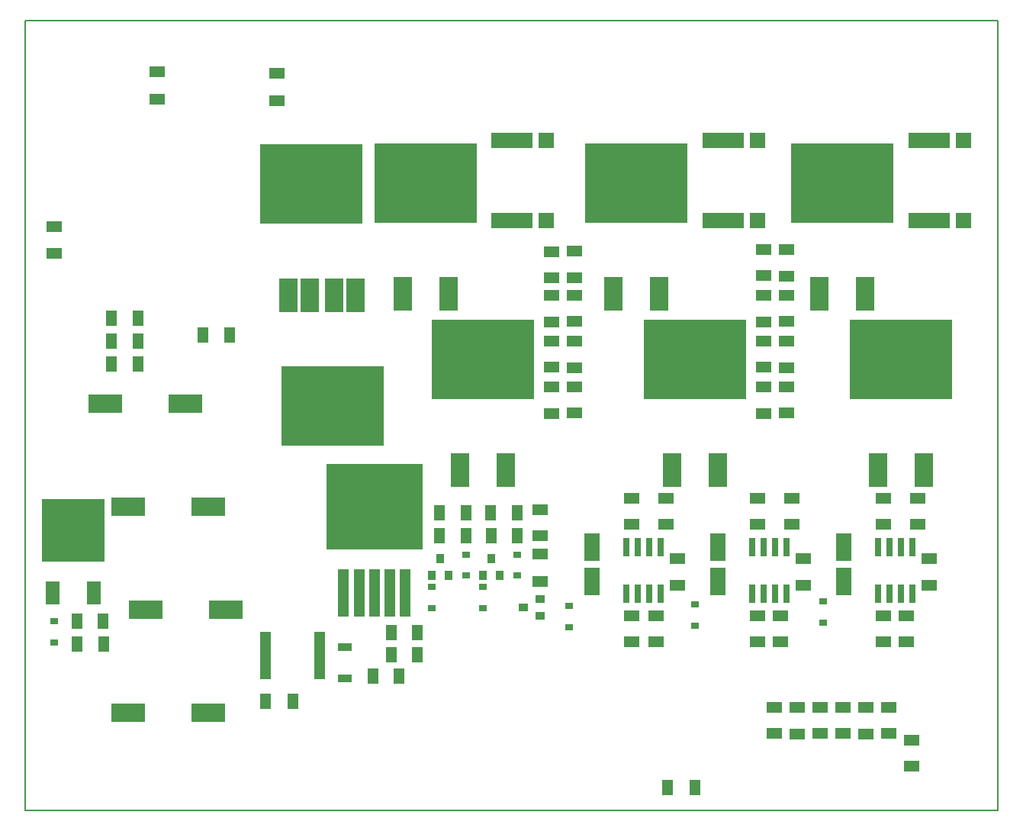
<source format=gbr>
G04 PROTEUS GERBER X2 FILE*
%TF.GenerationSoftware,Labcenter,Proteus,8.7-SP3-Build25561*%
%TF.CreationDate,2021-07-03T21:28:02+00:00*%
%TF.FileFunction,Paste,Top*%
%TF.FilePolarity,Positive*%
%TF.Part,Single*%
%TF.SameCoordinates,{f2efd226-c5f6-4210-91bb-6bc09b7e039f}*%
%FSLAX45Y45*%
%MOMM*%
G01*
%TA.AperFunction,Material*%
%ADD93R,4.572000X1.651000*%
%ADD94R,1.651000X1.651000*%
%TA.AperFunction,Material*%
%ADD95R,3.810000X2.032000*%
%TA.AperFunction,Material*%
%ADD96R,6.985000X6.985000*%
%ADD97R,1.524000X2.540000*%
%TA.AperFunction,Material*%
%ADD98R,0.889000X0.635000*%
%ADD99R,1.143000X1.803400*%
%TA.AperFunction,Material*%
%ADD100R,1.143000X5.207000*%
%ADD101R,10.744200X9.550400*%
%TA.AperFunction,Material*%
%ADD102R,1.193800X5.308600*%
%ADD103R,1.524000X0.889000*%
%ADD104R,1.803400X1.143000*%
%TA.AperFunction,Material*%
%ADD105R,0.635000X2.032000*%
%TA.AperFunction,Material*%
%ADD106R,1.651000X3.048000*%
%TA.AperFunction,Material*%
%ADD107R,0.889000X1.016000*%
%ADD108R,1.016000X0.889000*%
%ADD109R,11.430000X8.890000*%
%ADD110R,2.032000X3.810000*%
%TA.AperFunction,Profile*%
%ADD39C,0.203200*%
%TD.AperFunction*%
D93*
X+6667500Y+1016000D03*
X+6667500Y+127000D03*
D94*
X+7048500Y+127000D03*
X+7048500Y+1016000D03*
D93*
X+8953500Y+1016000D03*
X+8953500Y+127000D03*
D94*
X+9334500Y+127000D03*
X+9334500Y+1016000D03*
D93*
X+4318000Y+1016000D03*
X+4318000Y+127000D03*
D94*
X+4699000Y+127000D03*
X+4699000Y+1016000D03*
D95*
X+952500Y-3048000D03*
X+63500Y-3048000D03*
X+698500Y-1905000D03*
X-190500Y-1905000D03*
D96*
X-546100Y-3309620D03*
D97*
X-774700Y-4000500D03*
X-317500Y-4000500D03*
D98*
X-762000Y-4553000D03*
X-762000Y-4318050D03*
D99*
X-508000Y-4318000D03*
X-218000Y-4318000D03*
D95*
X+254000Y-4191000D03*
X+1143000Y-4191000D03*
D100*
X+2453640Y-4000500D03*
X+2623820Y-4000500D03*
X+2794000Y-4000500D03*
X+2964180Y-4000500D03*
X+3134360Y-4000500D03*
D101*
X+2794000Y-3048000D03*
D102*
X+2187500Y-4699000D03*
X+1587500Y-4699000D03*
D103*
X+2469837Y-4946337D03*
X+2469837Y-4606337D03*
D99*
X-508000Y-4572000D03*
X-208000Y-4572000D03*
X+3274500Y-4445000D03*
X+2984500Y-4445000D03*
X+173000Y-1460500D03*
X-127000Y-1460500D03*
X+173000Y-952500D03*
X-127000Y-952500D03*
X+173000Y-1206500D03*
X-127000Y-1206500D03*
D104*
X+381000Y+1778000D03*
X+381000Y+1478000D03*
X+1714500Y+1760500D03*
X+1714500Y+1460500D03*
D99*
X+889000Y-1143000D03*
X+1189000Y-1143000D03*
X+1887500Y-5207000D03*
X+1587500Y-5207000D03*
D104*
X+6032500Y-2948500D03*
X+6032500Y-3238500D03*
X+5651500Y-2948500D03*
X+5651500Y-3238500D03*
D105*
X+5588000Y-4013200D03*
X+5715000Y-4013200D03*
X+5842000Y-4013200D03*
X+5969000Y-4013200D03*
X+5969000Y-3492500D03*
X+5842000Y-3492500D03*
X+5715000Y-3492500D03*
X+5588000Y-3492500D03*
X+6985000Y-4013200D03*
X+7112000Y-4013200D03*
X+7239000Y-4013200D03*
X+7366000Y-4013200D03*
X+7366000Y-3492500D03*
X+7239000Y-3492500D03*
X+7112000Y-3492500D03*
X+6985000Y-3492500D03*
X+8382000Y-4013200D03*
X+8509000Y-4013200D03*
X+8636000Y-4013200D03*
X+8763000Y-4013200D03*
X+8763000Y-3492500D03*
X+8636000Y-3492500D03*
X+8509000Y-3492500D03*
X+8382000Y-3492500D03*
D104*
X+7048500Y-2948500D03*
X+7048500Y-3238500D03*
D106*
X+5207000Y-3492500D03*
X+5207000Y-3873500D03*
X+6604000Y-3492500D03*
X+6604000Y-3873500D03*
X+8001000Y-3492500D03*
X+8001000Y-3873500D03*
D98*
X+4953000Y-4381500D03*
X+4953000Y-4146550D03*
X+6350000Y-4362450D03*
X+6350000Y-4127500D03*
X+7778750Y-4330700D03*
X+7778750Y-4095750D03*
D104*
X+6159500Y-3619500D03*
X+6159500Y-3919500D03*
X+7556500Y-3619500D03*
X+7556500Y-3919500D03*
X+8953500Y-3619500D03*
X+8953500Y-3919500D03*
X+7429500Y-2948500D03*
X+7429500Y-3238500D03*
X+8445500Y-2948500D03*
X+8445500Y-3238500D03*
X+8826500Y-2948500D03*
X+8826500Y-3238500D03*
X+5651500Y-4544500D03*
X+5651500Y-4254500D03*
X+5923000Y-4544500D03*
X+5923000Y-4254500D03*
X+7048500Y-4544500D03*
X+7048500Y-4254500D03*
X+5016500Y-698500D03*
X+5016500Y-988500D03*
X+4762500Y-218000D03*
X+4762500Y-508000D03*
X+5016500Y-1714500D03*
X+5016500Y-2004500D03*
X+4762500Y-1206500D03*
X+4762500Y-1496500D03*
X+5016500Y-208000D03*
X+5016500Y-508000D03*
X+4762500Y-698500D03*
X+4762500Y-998500D03*
X+5016500Y-1206500D03*
X+5016500Y-1506500D03*
X+4762500Y-1714500D03*
X+4762500Y-2014500D03*
X+7366000Y-190500D03*
X+7366000Y-490500D03*
X+7112000Y-698500D03*
X+7112000Y-998500D03*
X+7366000Y-1206500D03*
X+7366000Y-1506500D03*
X+7112000Y-1714500D03*
X+7112000Y-2014500D03*
X+7366000Y-698500D03*
X+7366000Y-988500D03*
X+7112000Y-190500D03*
X+7112000Y-480500D03*
X+7366000Y-1714500D03*
X+7366000Y-2004500D03*
X+7112000Y-1206500D03*
X+7112000Y-1496500D03*
D107*
X+3522980Y-3619500D03*
X+3429000Y-3810000D03*
X+3616960Y-3810000D03*
X+4094480Y-3619500D03*
X+4000500Y-3810000D03*
X+4188460Y-3810000D03*
D108*
X+4445000Y-4160520D03*
X+4635500Y-4254500D03*
X+4635500Y-4066540D03*
D98*
X+3810000Y-3575050D03*
X+3810000Y-3810000D03*
X+3429000Y-3937000D03*
X+3429000Y-4171950D03*
X+4381500Y-3575050D03*
X+4381500Y-3810000D03*
X+4000500Y-3937000D03*
X+4000500Y-4171950D03*
D99*
X+3520000Y-3365500D03*
X+3810000Y-3365500D03*
X+3520000Y-3111500D03*
X+3810000Y-3111500D03*
X+4381500Y-3365500D03*
X+4091500Y-3365500D03*
D104*
X+4635500Y-3075500D03*
X+4635500Y-3365500D03*
X+4635500Y-3873500D03*
X+4635500Y-3573500D03*
D99*
X+4381500Y-3111500D03*
X+4081500Y-3111500D03*
D104*
X+8699500Y-4544500D03*
X+8699500Y-4254500D03*
D95*
X+63500Y-5334000D03*
X+952500Y-5334000D03*
D99*
X+6350000Y-6159500D03*
X+6050000Y-6159500D03*
D104*
X+8245500Y-5570500D03*
X+8245500Y-5270500D03*
X+7483500Y-5570499D03*
X+7483500Y-5270500D03*
X-762000Y+63500D03*
X-762000Y-236500D03*
X+7302500Y-4544500D03*
X+7302500Y-4254500D03*
X+8445500Y-4544500D03*
X+8445500Y-4254500D03*
X+8753500Y-5635301D03*
X+8753500Y-5925301D03*
X+7991500Y-5270500D03*
X+7991500Y-5560500D03*
X+7737500Y-5270500D03*
X+7737500Y-5560500D03*
X+8499500Y-5270500D03*
X+8499500Y-5560500D03*
X+7229500Y-5270500D03*
X+7229500Y-5560500D03*
D109*
X+2332465Y-1930400D03*
D110*
X+2586465Y-698500D03*
X+2078465Y-698500D03*
D109*
X+2095500Y+533400D03*
D110*
X+1841500Y-698500D03*
X+2349500Y-698500D03*
D109*
X+3365500Y+546100D03*
D110*
X+3111500Y-685800D03*
X+3619500Y-685800D03*
D109*
X+4000500Y-1409700D03*
D110*
X+3746500Y-2641600D03*
X+4254500Y-2641600D03*
D109*
X+5702300Y+546100D03*
D110*
X+5448300Y-685800D03*
X+5956300Y-685800D03*
D109*
X+6350000Y-1409700D03*
D110*
X+6096000Y-2641600D03*
X+6604000Y-2641600D03*
D109*
X+7988300Y+546100D03*
D110*
X+7734300Y-685800D03*
X+8242300Y-685800D03*
D109*
X+8636000Y-1409700D03*
D110*
X+8382000Y-2641600D03*
X+8890000Y-2641600D03*
D99*
X+3274500Y-4686300D03*
X+2984500Y-4686300D03*
X+2781300Y-4927600D03*
X+3071300Y-4927600D03*
D39*
X-1079500Y-6413500D02*
X+9715500Y-6413500D01*
X+9715500Y+2349500D01*
X-1079500Y+2349500D01*
X-1079500Y-6413500D01*
M02*

</source>
